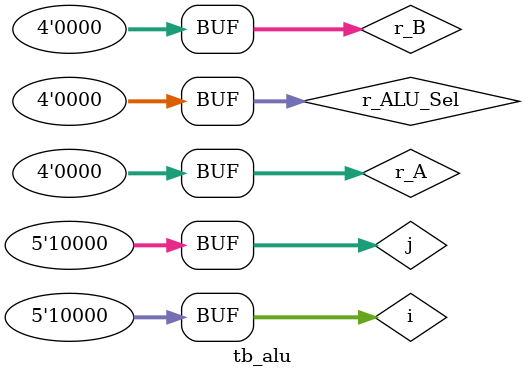
<source format=v>
`timescale 1ns / 1ps


module tb_alu;
    reg [3:0]r_A = 0;
    reg [3:0]r_B = 0;
    reg [3:0]r_ALU_Sel;
    wire [3:0]w_ALU_Out ;
    wire w_CarryOut ;   
    
    reg [4:0]i, j = 0;
    
    alu_fixed alu_fixed_inst
        (
        .A(r_A),
        .B(r_B),
        .ALU_Sel(r_ALU_Sel),
        .ALU_Out(w_ALU_Out),
        .CarryOut(w_CarryOut)
        );
        
    initial
        begin
            //Add
            r_A = 4'b0000;
            r_B = 4'b0000;
            r_ALU_Sel = 4'b0000;
            for (i = 0; i < 16; i = i + 1) begin
                for (j = 0; j < 16; j = j + 1) begin
                    #1;
                    r_B <= r_B + 4'b0001;
                end
                r_A <= r_A + 4'b0001;
            end
        end
endmodule


</source>
